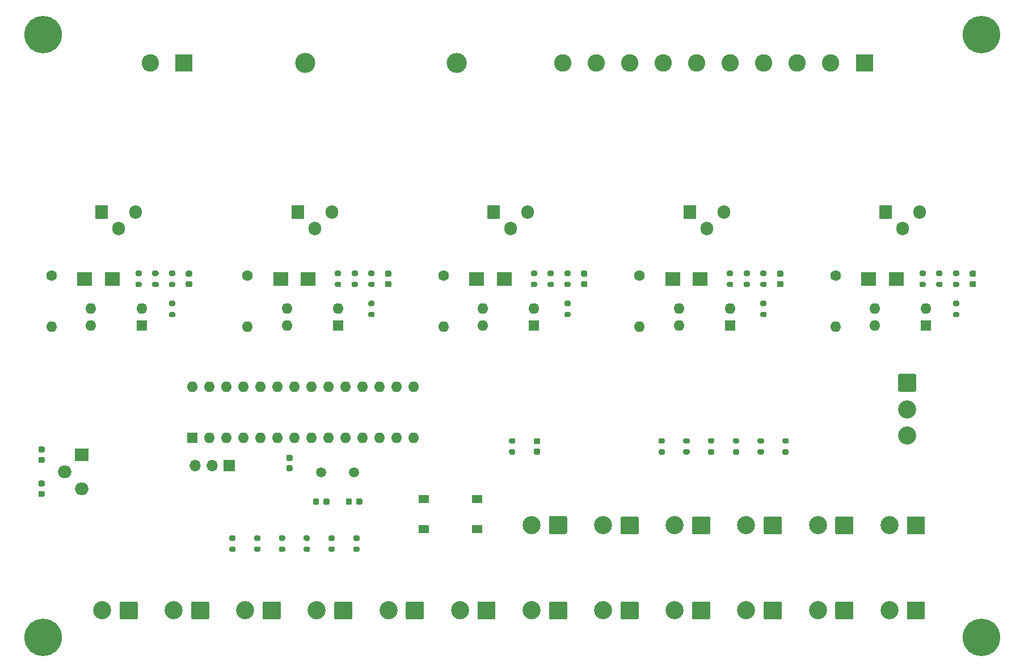
<source format=gbr>
%TF.GenerationSoftware,KiCad,Pcbnew,(5.1.12)-1*%
%TF.CreationDate,2021-11-13T03:11:12+08:00*%
%TF.ProjectId,main,6d61696e-2e6b-4696-9361-645f70636258,rev?*%
%TF.SameCoordinates,Original*%
%TF.FileFunction,Soldermask,Top*%
%TF.FilePolarity,Negative*%
%FSLAX46Y46*%
G04 Gerber Fmt 4.6, Leading zero omitted, Abs format (unit mm)*
G04 Created by KiCad (PCBNEW (5.1.12)-1) date 2021-11-13 03:11:12*
%MOMM*%
%LPD*%
G01*
G04 APERTURE LIST*
%ADD10R,1.550000X1.300000*%
%ADD11C,5.600000*%
%ADD12C,2.700000*%
%ADD13R,2.000000X1.905000*%
%ADD14O,2.000000X1.905000*%
%ADD15O,1.600000X1.600000*%
%ADD16R,1.600000X1.600000*%
%ADD17R,1.905000X2.000000*%
%ADD18O,1.905000X2.000000*%
%ADD19O,1.700000X1.700000*%
%ADD20R,1.700000X1.700000*%
%ADD21R,2.200000X2.100000*%
%ADD22C,2.600000*%
%ADD23R,2.600000X2.600000*%
%ADD24C,1.600000*%
%ADD25C,1.500000*%
%ADD26C,3.000000*%
G04 APERTURE END LIST*
D10*
%TO.C,BTN1*%
X119730000Y-128825000D03*
X119730000Y-124325000D03*
X111770000Y-124325000D03*
X111770000Y-128825000D03*
%TD*%
D11*
%TO.C,H4*%
X195000000Y-145000000D03*
%TD*%
%TO.C,H3*%
X55000000Y-145000000D03*
%TD*%
%TO.C,H2*%
X195000000Y-55000000D03*
%TD*%
%TO.C,H1*%
X55000000Y-55000000D03*
%TD*%
D12*
%TO.C,J4*%
X183945000Y-114920000D03*
X183945000Y-110960000D03*
G36*
G01*
X182845001Y-105650000D02*
X185044999Y-105650000D01*
G75*
G02*
X185295000Y-105900001I0J-250001D01*
G01*
X185295000Y-108099999D01*
G75*
G02*
X185044999Y-108350000I-250001J0D01*
G01*
X182845001Y-108350000D01*
G75*
G02*
X182595000Y-108099999I0J250001D01*
G01*
X182595000Y-105900001D01*
G75*
G02*
X182845001Y-105650000I250001J0D01*
G01*
G37*
%TD*%
D13*
%TO.C,U1*%
X60750000Y-117750000D03*
D14*
X58250000Y-120290000D03*
X60750000Y-122830000D03*
%TD*%
D15*
%TO.C,U4*%
X149880000Y-98500000D03*
X157500000Y-95960000D03*
X149880000Y-95960000D03*
D16*
X157500000Y-98500000D03*
%TD*%
D15*
%TO.C,U2*%
X77250000Y-107630000D03*
X110270000Y-115250000D03*
X79790000Y-107630000D03*
X107730000Y-115250000D03*
X82330000Y-107630000D03*
X105190000Y-115250000D03*
X84870000Y-107630000D03*
X102650000Y-115250000D03*
X87410000Y-107630000D03*
X100110000Y-115250000D03*
X89950000Y-107630000D03*
X97570000Y-115250000D03*
X92490000Y-107630000D03*
X95030000Y-115250000D03*
X95030000Y-107630000D03*
X92490000Y-115250000D03*
X97570000Y-107630000D03*
X89950000Y-115250000D03*
X100110000Y-107630000D03*
X87410000Y-115250000D03*
X102650000Y-107630000D03*
X84870000Y-115250000D03*
X105190000Y-107630000D03*
X82330000Y-115250000D03*
X107730000Y-107630000D03*
X79790000Y-115250000D03*
X110270000Y-107630000D03*
D16*
X77250000Y-115250000D03*
%TD*%
D15*
%TO.C,U3*%
X179130000Y-98500000D03*
X186750000Y-95960000D03*
X179130000Y-95960000D03*
D16*
X186750000Y-98500000D03*
%TD*%
D15*
%TO.C,U7*%
X62130000Y-98500000D03*
X69750000Y-95960000D03*
X62130000Y-95960000D03*
D16*
X69750000Y-98500000D03*
%TD*%
D15*
%TO.C,U6*%
X91380000Y-98500000D03*
X99000000Y-95960000D03*
X91380000Y-95960000D03*
D16*
X99000000Y-98500000D03*
%TD*%
D15*
%TO.C,U5*%
X120630000Y-98500000D03*
X128250000Y-95960000D03*
X120630000Y-95960000D03*
D16*
X128250000Y-98500000D03*
%TD*%
D17*
%TO.C,Q1*%
X180750000Y-81500000D03*
D18*
X183290000Y-84000000D03*
X185830000Y-81500000D03*
%TD*%
D17*
%TO.C,Q5*%
X63750000Y-81500000D03*
D18*
X66290000Y-84000000D03*
X68830000Y-81500000D03*
%TD*%
D17*
%TO.C,Q4*%
X93000000Y-81500000D03*
D18*
X95540000Y-84000000D03*
X98080000Y-81500000D03*
%TD*%
D17*
%TO.C,Q3*%
X122250000Y-81500000D03*
D18*
X124790000Y-84000000D03*
X127330000Y-81500000D03*
%TD*%
D17*
%TO.C,Q2*%
X151500000Y-81500000D03*
D18*
X154040000Y-84000000D03*
X156580000Y-81500000D03*
%TD*%
D19*
%TO.C,J3*%
X77670000Y-119400000D03*
X80210000Y-119400000D03*
D20*
X82750000Y-119400000D03*
%TD*%
%TO.C,BTN2*%
G36*
G01*
X69100000Y-139900001D02*
X69100000Y-142099999D01*
G75*
G02*
X68849999Y-142350000I-250001J0D01*
G01*
X66650001Y-142350000D01*
G75*
G02*
X66400000Y-142099999I0J250001D01*
G01*
X66400000Y-139900001D01*
G75*
G02*
X66650001Y-139650000I250001J0D01*
G01*
X68849999Y-139650000D01*
G75*
G02*
X69100000Y-139900001I0J-250001D01*
G01*
G37*
D12*
X63790000Y-141000000D03*
%TD*%
%TO.C,BTN6*%
G36*
G01*
X111827272Y-139900001D02*
X111827272Y-142099999D01*
G75*
G02*
X111577271Y-142350000I-250001J0D01*
G01*
X109377273Y-142350000D01*
G75*
G02*
X109127272Y-142099999I0J250001D01*
G01*
X109127272Y-139900001D01*
G75*
G02*
X109377273Y-139650000I250001J0D01*
G01*
X111577271Y-139650000D01*
G75*
G02*
X111827272Y-139900001I0J-250001D01*
G01*
G37*
X106517272Y-141000000D03*
%TD*%
%TO.C,R3*%
G36*
G01*
X133190908Y-127150001D02*
X133190908Y-129349999D01*
G75*
G02*
X132940907Y-129600000I-250001J0D01*
G01*
X130740909Y-129600000D01*
G75*
G02*
X130490908Y-129349999I0J250001D01*
G01*
X130490908Y-127150001D01*
G75*
G02*
X130740909Y-126900000I250001J0D01*
G01*
X132940907Y-126900000D01*
G75*
G02*
X133190908Y-127150001I0J-250001D01*
G01*
G37*
X127880908Y-128250000D03*
%TD*%
%TO.C,R2*%
G36*
G01*
X147025000Y-116925000D02*
X147575000Y-116925000D01*
G75*
G02*
X147775000Y-117125000I0J-200000D01*
G01*
X147775000Y-117525000D01*
G75*
G02*
X147575000Y-117725000I-200000J0D01*
G01*
X147025000Y-117725000D01*
G75*
G02*
X146825000Y-117525000I0J200000D01*
G01*
X146825000Y-117125000D01*
G75*
G02*
X147025000Y-116925000I200000J0D01*
G01*
G37*
G36*
G01*
X147025000Y-115275000D02*
X147575000Y-115275000D01*
G75*
G02*
X147775000Y-115475000I0J-200000D01*
G01*
X147775000Y-115875000D01*
G75*
G02*
X147575000Y-116075000I-200000J0D01*
G01*
X147025000Y-116075000D01*
G75*
G02*
X146825000Y-115875000I0J200000D01*
G01*
X146825000Y-115475000D01*
G75*
G02*
X147025000Y-115275000I200000J0D01*
G01*
G37*
%TD*%
%TO.C,SW6*%
G36*
G01*
X175918180Y-139900001D02*
X175918180Y-142099999D01*
G75*
G02*
X175668179Y-142350000I-250001J0D01*
G01*
X173468181Y-142350000D01*
G75*
G02*
X173218180Y-142099999I0J250001D01*
G01*
X173218180Y-139900001D01*
G75*
G02*
X173468181Y-139650000I250001J0D01*
G01*
X175668179Y-139650000D01*
G75*
G02*
X175918180Y-139900001I0J-250001D01*
G01*
G37*
X170608180Y-141000000D03*
%TD*%
%TO.C,BTN7*%
G36*
G01*
X122509090Y-139900001D02*
X122509090Y-142099999D01*
G75*
G02*
X122259089Y-142350000I-250001J0D01*
G01*
X120059091Y-142350000D01*
G75*
G02*
X119809090Y-142099999I0J250001D01*
G01*
X119809090Y-139900001D01*
G75*
G02*
X120059091Y-139650000I250001J0D01*
G01*
X122259089Y-139650000D01*
G75*
G02*
X122509090Y-139900001I0J-250001D01*
G01*
G37*
X117199090Y-141000000D03*
%TD*%
D21*
%TO.C,D5*%
X65300000Y-91500000D03*
X61200000Y-91500000D03*
%TD*%
%TO.C,D4*%
X94550000Y-91500000D03*
X90450000Y-91500000D03*
%TD*%
%TO.C,D3*%
X123800000Y-91500000D03*
X119700000Y-91500000D03*
%TD*%
%TO.C,D2*%
X153050000Y-91500000D03*
X148950000Y-91500000D03*
%TD*%
%TO.C,D1*%
X182300000Y-91500000D03*
X178200000Y-91500000D03*
%TD*%
D22*
%TO.C,J2*%
X71000000Y-59250000D03*
D23*
X76000000Y-59250000D03*
%TD*%
D22*
%TO.C,J1*%
X132550000Y-59250000D03*
X137550000Y-59250000D03*
X142550000Y-59250000D03*
X147550000Y-59250000D03*
X152550000Y-59250000D03*
X157550000Y-59250000D03*
X162550000Y-59250000D03*
X167550000Y-59250000D03*
X172550000Y-59250000D03*
D23*
X177550000Y-59250000D03*
%TD*%
%TO.C,C11*%
G36*
G01*
X77000000Y-91175000D02*
X76500000Y-91175000D01*
G75*
G02*
X76275000Y-90950000I0J225000D01*
G01*
X76275000Y-90500000D01*
G75*
G02*
X76500000Y-90275000I225000J0D01*
G01*
X77000000Y-90275000D01*
G75*
G02*
X77225000Y-90500000I0J-225000D01*
G01*
X77225000Y-90950000D01*
G75*
G02*
X77000000Y-91175000I-225000J0D01*
G01*
G37*
G36*
G01*
X77000000Y-92725000D02*
X76500000Y-92725000D01*
G75*
G02*
X76275000Y-92500000I0J225000D01*
G01*
X76275000Y-92050000D01*
G75*
G02*
X76500000Y-91825000I225000J0D01*
G01*
X77000000Y-91825000D01*
G75*
G02*
X77225000Y-92050000I0J-225000D01*
G01*
X77225000Y-92500000D01*
G75*
G02*
X77000000Y-92725000I-225000J0D01*
G01*
G37*
%TD*%
%TO.C,C10*%
G36*
G01*
X106750000Y-91175000D02*
X106250000Y-91175000D01*
G75*
G02*
X106025000Y-90950000I0J225000D01*
G01*
X106025000Y-90500000D01*
G75*
G02*
X106250000Y-90275000I225000J0D01*
G01*
X106750000Y-90275000D01*
G75*
G02*
X106975000Y-90500000I0J-225000D01*
G01*
X106975000Y-90950000D01*
G75*
G02*
X106750000Y-91175000I-225000J0D01*
G01*
G37*
G36*
G01*
X106750000Y-92725000D02*
X106250000Y-92725000D01*
G75*
G02*
X106025000Y-92500000I0J225000D01*
G01*
X106025000Y-92050000D01*
G75*
G02*
X106250000Y-91825000I225000J0D01*
G01*
X106750000Y-91825000D01*
G75*
G02*
X106975000Y-92050000I0J-225000D01*
G01*
X106975000Y-92500000D01*
G75*
G02*
X106750000Y-92725000I-225000J0D01*
G01*
G37*
%TD*%
%TO.C,C9*%
G36*
G01*
X136000000Y-91175000D02*
X135500000Y-91175000D01*
G75*
G02*
X135275000Y-90950000I0J225000D01*
G01*
X135275000Y-90500000D01*
G75*
G02*
X135500000Y-90275000I225000J0D01*
G01*
X136000000Y-90275000D01*
G75*
G02*
X136225000Y-90500000I0J-225000D01*
G01*
X136225000Y-90950000D01*
G75*
G02*
X136000000Y-91175000I-225000J0D01*
G01*
G37*
G36*
G01*
X136000000Y-92725000D02*
X135500000Y-92725000D01*
G75*
G02*
X135275000Y-92500000I0J225000D01*
G01*
X135275000Y-92050000D01*
G75*
G02*
X135500000Y-91825000I225000J0D01*
G01*
X136000000Y-91825000D01*
G75*
G02*
X136225000Y-92050000I0J-225000D01*
G01*
X136225000Y-92500000D01*
G75*
G02*
X136000000Y-92725000I-225000J0D01*
G01*
G37*
%TD*%
%TO.C,C8*%
G36*
G01*
X165250000Y-91175000D02*
X164750000Y-91175000D01*
G75*
G02*
X164525000Y-90950000I0J225000D01*
G01*
X164525000Y-90500000D01*
G75*
G02*
X164750000Y-90275000I225000J0D01*
G01*
X165250000Y-90275000D01*
G75*
G02*
X165475000Y-90500000I0J-225000D01*
G01*
X165475000Y-90950000D01*
G75*
G02*
X165250000Y-91175000I-225000J0D01*
G01*
G37*
G36*
G01*
X165250000Y-92725000D02*
X164750000Y-92725000D01*
G75*
G02*
X164525000Y-92500000I0J225000D01*
G01*
X164525000Y-92050000D01*
G75*
G02*
X164750000Y-91825000I225000J0D01*
G01*
X165250000Y-91825000D01*
G75*
G02*
X165475000Y-92050000I0J-225000D01*
G01*
X165475000Y-92500000D01*
G75*
G02*
X165250000Y-92725000I-225000J0D01*
G01*
G37*
%TD*%
%TO.C,C7*%
G36*
G01*
X194000000Y-91175000D02*
X193500000Y-91175000D01*
G75*
G02*
X193275000Y-90950000I0J225000D01*
G01*
X193275000Y-90500000D01*
G75*
G02*
X193500000Y-90275000I225000J0D01*
G01*
X194000000Y-90275000D01*
G75*
G02*
X194225000Y-90500000I0J-225000D01*
G01*
X194225000Y-90950000D01*
G75*
G02*
X194000000Y-91175000I-225000J0D01*
G01*
G37*
G36*
G01*
X194000000Y-92725000D02*
X193500000Y-92725000D01*
G75*
G02*
X193275000Y-92500000I0J225000D01*
G01*
X193275000Y-92050000D01*
G75*
G02*
X193500000Y-91825000I225000J0D01*
G01*
X194000000Y-91825000D01*
G75*
G02*
X194225000Y-92050000I0J-225000D01*
G01*
X194225000Y-92500000D01*
G75*
G02*
X194000000Y-92725000I-225000J0D01*
G01*
G37*
%TD*%
%TO.C,R24*%
G36*
G01*
X191525000Y-91075000D02*
X190975000Y-91075000D01*
G75*
G02*
X190775000Y-90875000I0J200000D01*
G01*
X190775000Y-90475000D01*
G75*
G02*
X190975000Y-90275000I200000J0D01*
G01*
X191525000Y-90275000D01*
G75*
G02*
X191725000Y-90475000I0J-200000D01*
G01*
X191725000Y-90875000D01*
G75*
G02*
X191525000Y-91075000I-200000J0D01*
G01*
G37*
G36*
G01*
X191525000Y-92725000D02*
X190975000Y-92725000D01*
G75*
G02*
X190775000Y-92525000I0J200000D01*
G01*
X190775000Y-92125000D01*
G75*
G02*
X190975000Y-91925000I200000J0D01*
G01*
X191525000Y-91925000D01*
G75*
G02*
X191725000Y-92125000I0J-200000D01*
G01*
X191725000Y-92525000D01*
G75*
G02*
X191525000Y-92725000I-200000J0D01*
G01*
G37*
%TD*%
%TO.C,R22*%
G36*
G01*
X185975000Y-91925000D02*
X186525000Y-91925000D01*
G75*
G02*
X186725000Y-92125000I0J-200000D01*
G01*
X186725000Y-92525000D01*
G75*
G02*
X186525000Y-92725000I-200000J0D01*
G01*
X185975000Y-92725000D01*
G75*
G02*
X185775000Y-92525000I0J200000D01*
G01*
X185775000Y-92125000D01*
G75*
G02*
X185975000Y-91925000I200000J0D01*
G01*
G37*
G36*
G01*
X185975000Y-90275000D02*
X186525000Y-90275000D01*
G75*
G02*
X186725000Y-90475000I0J-200000D01*
G01*
X186725000Y-90875000D01*
G75*
G02*
X186525000Y-91075000I-200000J0D01*
G01*
X185975000Y-91075000D01*
G75*
G02*
X185775000Y-90875000I0J200000D01*
G01*
X185775000Y-90475000D01*
G75*
G02*
X185975000Y-90275000I200000J0D01*
G01*
G37*
%TD*%
%TO.C,R21*%
G36*
G01*
X188475000Y-91925000D02*
X189025000Y-91925000D01*
G75*
G02*
X189225000Y-92125000I0J-200000D01*
G01*
X189225000Y-92525000D01*
G75*
G02*
X189025000Y-92725000I-200000J0D01*
G01*
X188475000Y-92725000D01*
G75*
G02*
X188275000Y-92525000I0J200000D01*
G01*
X188275000Y-92125000D01*
G75*
G02*
X188475000Y-91925000I200000J0D01*
G01*
G37*
G36*
G01*
X188475000Y-90275000D02*
X189025000Y-90275000D01*
G75*
G02*
X189225000Y-90475000I0J-200000D01*
G01*
X189225000Y-90875000D01*
G75*
G02*
X189025000Y-91075000I-200000J0D01*
G01*
X188475000Y-91075000D01*
G75*
G02*
X188275000Y-90875000I0J200000D01*
G01*
X188275000Y-90475000D01*
G75*
G02*
X188475000Y-90275000I200000J0D01*
G01*
G37*
%TD*%
%TO.C,R20*%
G36*
G01*
X190975000Y-96425000D02*
X191525000Y-96425000D01*
G75*
G02*
X191725000Y-96625000I0J-200000D01*
G01*
X191725000Y-97025000D01*
G75*
G02*
X191525000Y-97225000I-200000J0D01*
G01*
X190975000Y-97225000D01*
G75*
G02*
X190775000Y-97025000I0J200000D01*
G01*
X190775000Y-96625000D01*
G75*
G02*
X190975000Y-96425000I200000J0D01*
G01*
G37*
G36*
G01*
X190975000Y-94775000D02*
X191525000Y-94775000D01*
G75*
G02*
X191725000Y-94975000I0J-200000D01*
G01*
X191725000Y-95375000D01*
G75*
G02*
X191525000Y-95575000I-200000J0D01*
G01*
X190975000Y-95575000D01*
G75*
G02*
X190775000Y-95375000I0J200000D01*
G01*
X190775000Y-94975000D01*
G75*
G02*
X190975000Y-94775000I200000J0D01*
G01*
G37*
%TD*%
D15*
%TO.C,R23*%
X173250000Y-98620000D03*
D24*
X173250000Y-91000000D03*
%TD*%
D15*
%TO.C,R43*%
X56250000Y-98620000D03*
D24*
X56250000Y-91000000D03*
%TD*%
D15*
%TO.C,R38*%
X85500000Y-98620000D03*
D24*
X85500000Y-91000000D03*
%TD*%
D15*
%TO.C,R33*%
X114750000Y-98620000D03*
D24*
X114750000Y-91000000D03*
%TD*%
D15*
%TO.C,R28*%
X144000000Y-98620000D03*
D24*
X144000000Y-91000000D03*
%TD*%
%TO.C,R44*%
G36*
G01*
X74525000Y-91075000D02*
X73975000Y-91075000D01*
G75*
G02*
X73775000Y-90875000I0J200000D01*
G01*
X73775000Y-90475000D01*
G75*
G02*
X73975000Y-90275000I200000J0D01*
G01*
X74525000Y-90275000D01*
G75*
G02*
X74725000Y-90475000I0J-200000D01*
G01*
X74725000Y-90875000D01*
G75*
G02*
X74525000Y-91075000I-200000J0D01*
G01*
G37*
G36*
G01*
X74525000Y-92725000D02*
X73975000Y-92725000D01*
G75*
G02*
X73775000Y-92525000I0J200000D01*
G01*
X73775000Y-92125000D01*
G75*
G02*
X73975000Y-91925000I200000J0D01*
G01*
X74525000Y-91925000D01*
G75*
G02*
X74725000Y-92125000I0J-200000D01*
G01*
X74725000Y-92525000D01*
G75*
G02*
X74525000Y-92725000I-200000J0D01*
G01*
G37*
%TD*%
%TO.C,R42*%
G36*
G01*
X68975000Y-91925000D02*
X69525000Y-91925000D01*
G75*
G02*
X69725000Y-92125000I0J-200000D01*
G01*
X69725000Y-92525000D01*
G75*
G02*
X69525000Y-92725000I-200000J0D01*
G01*
X68975000Y-92725000D01*
G75*
G02*
X68775000Y-92525000I0J200000D01*
G01*
X68775000Y-92125000D01*
G75*
G02*
X68975000Y-91925000I200000J0D01*
G01*
G37*
G36*
G01*
X68975000Y-90275000D02*
X69525000Y-90275000D01*
G75*
G02*
X69725000Y-90475000I0J-200000D01*
G01*
X69725000Y-90875000D01*
G75*
G02*
X69525000Y-91075000I-200000J0D01*
G01*
X68975000Y-91075000D01*
G75*
G02*
X68775000Y-90875000I0J200000D01*
G01*
X68775000Y-90475000D01*
G75*
G02*
X68975000Y-90275000I200000J0D01*
G01*
G37*
%TD*%
%TO.C,R41*%
G36*
G01*
X71475000Y-91925000D02*
X72025000Y-91925000D01*
G75*
G02*
X72225000Y-92125000I0J-200000D01*
G01*
X72225000Y-92525000D01*
G75*
G02*
X72025000Y-92725000I-200000J0D01*
G01*
X71475000Y-92725000D01*
G75*
G02*
X71275000Y-92525000I0J200000D01*
G01*
X71275000Y-92125000D01*
G75*
G02*
X71475000Y-91925000I200000J0D01*
G01*
G37*
G36*
G01*
X71475000Y-90275000D02*
X72025000Y-90275000D01*
G75*
G02*
X72225000Y-90475000I0J-200000D01*
G01*
X72225000Y-90875000D01*
G75*
G02*
X72025000Y-91075000I-200000J0D01*
G01*
X71475000Y-91075000D01*
G75*
G02*
X71275000Y-90875000I0J200000D01*
G01*
X71275000Y-90475000D01*
G75*
G02*
X71475000Y-90275000I200000J0D01*
G01*
G37*
%TD*%
%TO.C,R40*%
G36*
G01*
X73975000Y-96425000D02*
X74525000Y-96425000D01*
G75*
G02*
X74725000Y-96625000I0J-200000D01*
G01*
X74725000Y-97025000D01*
G75*
G02*
X74525000Y-97225000I-200000J0D01*
G01*
X73975000Y-97225000D01*
G75*
G02*
X73775000Y-97025000I0J200000D01*
G01*
X73775000Y-96625000D01*
G75*
G02*
X73975000Y-96425000I200000J0D01*
G01*
G37*
G36*
G01*
X73975000Y-94775000D02*
X74525000Y-94775000D01*
G75*
G02*
X74725000Y-94975000I0J-200000D01*
G01*
X74725000Y-95375000D01*
G75*
G02*
X74525000Y-95575000I-200000J0D01*
G01*
X73975000Y-95575000D01*
G75*
G02*
X73775000Y-95375000I0J200000D01*
G01*
X73775000Y-94975000D01*
G75*
G02*
X73975000Y-94775000I200000J0D01*
G01*
G37*
%TD*%
%TO.C,R39*%
G36*
G01*
X104275000Y-91075000D02*
X103725000Y-91075000D01*
G75*
G02*
X103525000Y-90875000I0J200000D01*
G01*
X103525000Y-90475000D01*
G75*
G02*
X103725000Y-90275000I200000J0D01*
G01*
X104275000Y-90275000D01*
G75*
G02*
X104475000Y-90475000I0J-200000D01*
G01*
X104475000Y-90875000D01*
G75*
G02*
X104275000Y-91075000I-200000J0D01*
G01*
G37*
G36*
G01*
X104275000Y-92725000D02*
X103725000Y-92725000D01*
G75*
G02*
X103525000Y-92525000I0J200000D01*
G01*
X103525000Y-92125000D01*
G75*
G02*
X103725000Y-91925000I200000J0D01*
G01*
X104275000Y-91925000D01*
G75*
G02*
X104475000Y-92125000I0J-200000D01*
G01*
X104475000Y-92525000D01*
G75*
G02*
X104275000Y-92725000I-200000J0D01*
G01*
G37*
%TD*%
%TO.C,R37*%
G36*
G01*
X98725000Y-91925000D02*
X99275000Y-91925000D01*
G75*
G02*
X99475000Y-92125000I0J-200000D01*
G01*
X99475000Y-92525000D01*
G75*
G02*
X99275000Y-92725000I-200000J0D01*
G01*
X98725000Y-92725000D01*
G75*
G02*
X98525000Y-92525000I0J200000D01*
G01*
X98525000Y-92125000D01*
G75*
G02*
X98725000Y-91925000I200000J0D01*
G01*
G37*
G36*
G01*
X98725000Y-90275000D02*
X99275000Y-90275000D01*
G75*
G02*
X99475000Y-90475000I0J-200000D01*
G01*
X99475000Y-90875000D01*
G75*
G02*
X99275000Y-91075000I-200000J0D01*
G01*
X98725000Y-91075000D01*
G75*
G02*
X98525000Y-90875000I0J200000D01*
G01*
X98525000Y-90475000D01*
G75*
G02*
X98725000Y-90275000I200000J0D01*
G01*
G37*
%TD*%
%TO.C,R36*%
G36*
G01*
X101225000Y-91925000D02*
X101775000Y-91925000D01*
G75*
G02*
X101975000Y-92125000I0J-200000D01*
G01*
X101975000Y-92525000D01*
G75*
G02*
X101775000Y-92725000I-200000J0D01*
G01*
X101225000Y-92725000D01*
G75*
G02*
X101025000Y-92525000I0J200000D01*
G01*
X101025000Y-92125000D01*
G75*
G02*
X101225000Y-91925000I200000J0D01*
G01*
G37*
G36*
G01*
X101225000Y-90275000D02*
X101775000Y-90275000D01*
G75*
G02*
X101975000Y-90475000I0J-200000D01*
G01*
X101975000Y-90875000D01*
G75*
G02*
X101775000Y-91075000I-200000J0D01*
G01*
X101225000Y-91075000D01*
G75*
G02*
X101025000Y-90875000I0J200000D01*
G01*
X101025000Y-90475000D01*
G75*
G02*
X101225000Y-90275000I200000J0D01*
G01*
G37*
%TD*%
%TO.C,R35*%
G36*
G01*
X103725000Y-96425000D02*
X104275000Y-96425000D01*
G75*
G02*
X104475000Y-96625000I0J-200000D01*
G01*
X104475000Y-97025000D01*
G75*
G02*
X104275000Y-97225000I-200000J0D01*
G01*
X103725000Y-97225000D01*
G75*
G02*
X103525000Y-97025000I0J200000D01*
G01*
X103525000Y-96625000D01*
G75*
G02*
X103725000Y-96425000I200000J0D01*
G01*
G37*
G36*
G01*
X103725000Y-94775000D02*
X104275000Y-94775000D01*
G75*
G02*
X104475000Y-94975000I0J-200000D01*
G01*
X104475000Y-95375000D01*
G75*
G02*
X104275000Y-95575000I-200000J0D01*
G01*
X103725000Y-95575000D01*
G75*
G02*
X103525000Y-95375000I0J200000D01*
G01*
X103525000Y-94975000D01*
G75*
G02*
X103725000Y-94775000I200000J0D01*
G01*
G37*
%TD*%
%TO.C,R34*%
G36*
G01*
X133525000Y-91075000D02*
X132975000Y-91075000D01*
G75*
G02*
X132775000Y-90875000I0J200000D01*
G01*
X132775000Y-90475000D01*
G75*
G02*
X132975000Y-90275000I200000J0D01*
G01*
X133525000Y-90275000D01*
G75*
G02*
X133725000Y-90475000I0J-200000D01*
G01*
X133725000Y-90875000D01*
G75*
G02*
X133525000Y-91075000I-200000J0D01*
G01*
G37*
G36*
G01*
X133525000Y-92725000D02*
X132975000Y-92725000D01*
G75*
G02*
X132775000Y-92525000I0J200000D01*
G01*
X132775000Y-92125000D01*
G75*
G02*
X132975000Y-91925000I200000J0D01*
G01*
X133525000Y-91925000D01*
G75*
G02*
X133725000Y-92125000I0J-200000D01*
G01*
X133725000Y-92525000D01*
G75*
G02*
X133525000Y-92725000I-200000J0D01*
G01*
G37*
%TD*%
%TO.C,R32*%
G36*
G01*
X127975000Y-91925000D02*
X128525000Y-91925000D01*
G75*
G02*
X128725000Y-92125000I0J-200000D01*
G01*
X128725000Y-92525000D01*
G75*
G02*
X128525000Y-92725000I-200000J0D01*
G01*
X127975000Y-92725000D01*
G75*
G02*
X127775000Y-92525000I0J200000D01*
G01*
X127775000Y-92125000D01*
G75*
G02*
X127975000Y-91925000I200000J0D01*
G01*
G37*
G36*
G01*
X127975000Y-90275000D02*
X128525000Y-90275000D01*
G75*
G02*
X128725000Y-90475000I0J-200000D01*
G01*
X128725000Y-90875000D01*
G75*
G02*
X128525000Y-91075000I-200000J0D01*
G01*
X127975000Y-91075000D01*
G75*
G02*
X127775000Y-90875000I0J200000D01*
G01*
X127775000Y-90475000D01*
G75*
G02*
X127975000Y-90275000I200000J0D01*
G01*
G37*
%TD*%
%TO.C,R31*%
G36*
G01*
X130475000Y-91925000D02*
X131025000Y-91925000D01*
G75*
G02*
X131225000Y-92125000I0J-200000D01*
G01*
X131225000Y-92525000D01*
G75*
G02*
X131025000Y-92725000I-200000J0D01*
G01*
X130475000Y-92725000D01*
G75*
G02*
X130275000Y-92525000I0J200000D01*
G01*
X130275000Y-92125000D01*
G75*
G02*
X130475000Y-91925000I200000J0D01*
G01*
G37*
G36*
G01*
X130475000Y-90275000D02*
X131025000Y-90275000D01*
G75*
G02*
X131225000Y-90475000I0J-200000D01*
G01*
X131225000Y-90875000D01*
G75*
G02*
X131025000Y-91075000I-200000J0D01*
G01*
X130475000Y-91075000D01*
G75*
G02*
X130275000Y-90875000I0J200000D01*
G01*
X130275000Y-90475000D01*
G75*
G02*
X130475000Y-90275000I200000J0D01*
G01*
G37*
%TD*%
%TO.C,R30*%
G36*
G01*
X132975000Y-96425000D02*
X133525000Y-96425000D01*
G75*
G02*
X133725000Y-96625000I0J-200000D01*
G01*
X133725000Y-97025000D01*
G75*
G02*
X133525000Y-97225000I-200000J0D01*
G01*
X132975000Y-97225000D01*
G75*
G02*
X132775000Y-97025000I0J200000D01*
G01*
X132775000Y-96625000D01*
G75*
G02*
X132975000Y-96425000I200000J0D01*
G01*
G37*
G36*
G01*
X132975000Y-94775000D02*
X133525000Y-94775000D01*
G75*
G02*
X133725000Y-94975000I0J-200000D01*
G01*
X133725000Y-95375000D01*
G75*
G02*
X133525000Y-95575000I-200000J0D01*
G01*
X132975000Y-95575000D01*
G75*
G02*
X132775000Y-95375000I0J200000D01*
G01*
X132775000Y-94975000D01*
G75*
G02*
X132975000Y-94775000I200000J0D01*
G01*
G37*
%TD*%
%TO.C,R29*%
G36*
G01*
X162775000Y-91075000D02*
X162225000Y-91075000D01*
G75*
G02*
X162025000Y-90875000I0J200000D01*
G01*
X162025000Y-90475000D01*
G75*
G02*
X162225000Y-90275000I200000J0D01*
G01*
X162775000Y-90275000D01*
G75*
G02*
X162975000Y-90475000I0J-200000D01*
G01*
X162975000Y-90875000D01*
G75*
G02*
X162775000Y-91075000I-200000J0D01*
G01*
G37*
G36*
G01*
X162775000Y-92725000D02*
X162225000Y-92725000D01*
G75*
G02*
X162025000Y-92525000I0J200000D01*
G01*
X162025000Y-92125000D01*
G75*
G02*
X162225000Y-91925000I200000J0D01*
G01*
X162775000Y-91925000D01*
G75*
G02*
X162975000Y-92125000I0J-200000D01*
G01*
X162975000Y-92525000D01*
G75*
G02*
X162775000Y-92725000I-200000J0D01*
G01*
G37*
%TD*%
%TO.C,R27*%
G36*
G01*
X157225000Y-91925000D02*
X157775000Y-91925000D01*
G75*
G02*
X157975000Y-92125000I0J-200000D01*
G01*
X157975000Y-92525000D01*
G75*
G02*
X157775000Y-92725000I-200000J0D01*
G01*
X157225000Y-92725000D01*
G75*
G02*
X157025000Y-92525000I0J200000D01*
G01*
X157025000Y-92125000D01*
G75*
G02*
X157225000Y-91925000I200000J0D01*
G01*
G37*
G36*
G01*
X157225000Y-90275000D02*
X157775000Y-90275000D01*
G75*
G02*
X157975000Y-90475000I0J-200000D01*
G01*
X157975000Y-90875000D01*
G75*
G02*
X157775000Y-91075000I-200000J0D01*
G01*
X157225000Y-91075000D01*
G75*
G02*
X157025000Y-90875000I0J200000D01*
G01*
X157025000Y-90475000D01*
G75*
G02*
X157225000Y-90275000I200000J0D01*
G01*
G37*
%TD*%
%TO.C,R26*%
G36*
G01*
X159725000Y-91925000D02*
X160275000Y-91925000D01*
G75*
G02*
X160475000Y-92125000I0J-200000D01*
G01*
X160475000Y-92525000D01*
G75*
G02*
X160275000Y-92725000I-200000J0D01*
G01*
X159725000Y-92725000D01*
G75*
G02*
X159525000Y-92525000I0J200000D01*
G01*
X159525000Y-92125000D01*
G75*
G02*
X159725000Y-91925000I200000J0D01*
G01*
G37*
G36*
G01*
X159725000Y-90275000D02*
X160275000Y-90275000D01*
G75*
G02*
X160475000Y-90475000I0J-200000D01*
G01*
X160475000Y-90875000D01*
G75*
G02*
X160275000Y-91075000I-200000J0D01*
G01*
X159725000Y-91075000D01*
G75*
G02*
X159525000Y-90875000I0J200000D01*
G01*
X159525000Y-90475000D01*
G75*
G02*
X159725000Y-90275000I200000J0D01*
G01*
G37*
%TD*%
%TO.C,R25*%
G36*
G01*
X162225000Y-96425000D02*
X162775000Y-96425000D01*
G75*
G02*
X162975000Y-96625000I0J-200000D01*
G01*
X162975000Y-97025000D01*
G75*
G02*
X162775000Y-97225000I-200000J0D01*
G01*
X162225000Y-97225000D01*
G75*
G02*
X162025000Y-97025000I0J200000D01*
G01*
X162025000Y-96625000D01*
G75*
G02*
X162225000Y-96425000I200000J0D01*
G01*
G37*
G36*
G01*
X162225000Y-94775000D02*
X162775000Y-94775000D01*
G75*
G02*
X162975000Y-94975000I0J-200000D01*
G01*
X162975000Y-95375000D01*
G75*
G02*
X162775000Y-95575000I-200000J0D01*
G01*
X162225000Y-95575000D01*
G75*
G02*
X162025000Y-95375000I0J200000D01*
G01*
X162025000Y-94975000D01*
G75*
G02*
X162225000Y-94775000I200000J0D01*
G01*
G37*
%TD*%
D25*
%TO.C,Y1*%
X101400000Y-120350000D03*
X96500000Y-120350000D03*
%TD*%
%TO.C,BTN5*%
G36*
G01*
X101145454Y-139900001D02*
X101145454Y-142099999D01*
G75*
G02*
X100895453Y-142350000I-250001J0D01*
G01*
X98695455Y-142350000D01*
G75*
G02*
X98445454Y-142099999I0J250001D01*
G01*
X98445454Y-139900001D01*
G75*
G02*
X98695455Y-139650000I250001J0D01*
G01*
X100895453Y-139650000D01*
G75*
G02*
X101145454Y-139900001I0J-250001D01*
G01*
G37*
D12*
X95835454Y-141000000D03*
%TD*%
%TO.C,BTN4*%
G36*
G01*
X90463636Y-139900001D02*
X90463636Y-142099999D01*
G75*
G02*
X90213635Y-142350000I-250001J0D01*
G01*
X88013637Y-142350000D01*
G75*
G02*
X87763636Y-142099999I0J250001D01*
G01*
X87763636Y-139900001D01*
G75*
G02*
X88013637Y-139650000I250001J0D01*
G01*
X90213635Y-139650000D01*
G75*
G02*
X90463636Y-139900001I0J-250001D01*
G01*
G37*
X85153636Y-141000000D03*
%TD*%
%TO.C,BTN3*%
G36*
G01*
X79781818Y-139900001D02*
X79781818Y-142099999D01*
G75*
G02*
X79531817Y-142350000I-250001J0D01*
G01*
X77331819Y-142350000D01*
G75*
G02*
X77081818Y-142099999I0J250001D01*
G01*
X77081818Y-139900001D01*
G75*
G02*
X77331819Y-139650000I250001J0D01*
G01*
X79531817Y-139650000D01*
G75*
G02*
X79781818Y-139900001I0J-250001D01*
G01*
G37*
X74471818Y-141000000D03*
%TD*%
%TO.C,SW7*%
G36*
G01*
X186600000Y-139900001D02*
X186600000Y-142099999D01*
G75*
G02*
X186349999Y-142350000I-250001J0D01*
G01*
X184150001Y-142350000D01*
G75*
G02*
X183900000Y-142099999I0J250001D01*
G01*
X183900000Y-139900001D01*
G75*
G02*
X184150001Y-139650000I250001J0D01*
G01*
X186349999Y-139650000D01*
G75*
G02*
X186600000Y-139900001I0J-250001D01*
G01*
G37*
X181290000Y-141000000D03*
%TD*%
%TO.C,SW5*%
G36*
G01*
X165236362Y-139900001D02*
X165236362Y-142099999D01*
G75*
G02*
X164986361Y-142350000I-250001J0D01*
G01*
X162786363Y-142350000D01*
G75*
G02*
X162536362Y-142099999I0J250001D01*
G01*
X162536362Y-139900001D01*
G75*
G02*
X162786363Y-139650000I250001J0D01*
G01*
X164986361Y-139650000D01*
G75*
G02*
X165236362Y-139900001I0J-250001D01*
G01*
G37*
X159926362Y-141000000D03*
%TD*%
%TO.C,SW2*%
G36*
G01*
X133190908Y-139900001D02*
X133190908Y-142099999D01*
G75*
G02*
X132940907Y-142350000I-250001J0D01*
G01*
X130740909Y-142350000D01*
G75*
G02*
X130490908Y-142099999I0J250001D01*
G01*
X130490908Y-139900001D01*
G75*
G02*
X130740909Y-139650000I250001J0D01*
G01*
X132940907Y-139650000D01*
G75*
G02*
X133190908Y-139900001I0J-250001D01*
G01*
G37*
X127880908Y-141000000D03*
%TD*%
%TO.C,SW4*%
G36*
G01*
X154554544Y-139900001D02*
X154554544Y-142099999D01*
G75*
G02*
X154304543Y-142350000I-250001J0D01*
G01*
X152104545Y-142350000D01*
G75*
G02*
X151854544Y-142099999I0J250001D01*
G01*
X151854544Y-139900001D01*
G75*
G02*
X152104545Y-139650000I250001J0D01*
G01*
X154304543Y-139650000D01*
G75*
G02*
X154554544Y-139900001I0J-250001D01*
G01*
G37*
X149244544Y-141000000D03*
%TD*%
%TO.C,SW3*%
G36*
G01*
X143872726Y-139900001D02*
X143872726Y-142099999D01*
G75*
G02*
X143622725Y-142350000I-250001J0D01*
G01*
X141422727Y-142350000D01*
G75*
G02*
X141172726Y-142099999I0J250001D01*
G01*
X141172726Y-139900001D01*
G75*
G02*
X141422727Y-139650000I250001J0D01*
G01*
X143622725Y-139650000D01*
G75*
G02*
X143872726Y-139900001I0J-250001D01*
G01*
G37*
X138562726Y-141000000D03*
%TD*%
%TO.C,R19*%
G36*
G01*
X97775000Y-131445000D02*
X98325000Y-131445000D01*
G75*
G02*
X98525000Y-131645000I0J-200000D01*
G01*
X98525000Y-132045000D01*
G75*
G02*
X98325000Y-132245000I-200000J0D01*
G01*
X97775000Y-132245000D01*
G75*
G02*
X97575000Y-132045000I0J200000D01*
G01*
X97575000Y-131645000D01*
G75*
G02*
X97775000Y-131445000I200000J0D01*
G01*
G37*
G36*
G01*
X97775000Y-129795000D02*
X98325000Y-129795000D01*
G75*
G02*
X98525000Y-129995000I0J-200000D01*
G01*
X98525000Y-130395000D01*
G75*
G02*
X98325000Y-130595000I-200000J0D01*
G01*
X97775000Y-130595000D01*
G75*
G02*
X97575000Y-130395000I0J200000D01*
G01*
X97575000Y-129995000D01*
G75*
G02*
X97775000Y-129795000I200000J0D01*
G01*
G37*
%TD*%
%TO.C,R18*%
G36*
G01*
X94075000Y-131445000D02*
X94625000Y-131445000D01*
G75*
G02*
X94825000Y-131645000I0J-200000D01*
G01*
X94825000Y-132045000D01*
G75*
G02*
X94625000Y-132245000I-200000J0D01*
G01*
X94075000Y-132245000D01*
G75*
G02*
X93875000Y-132045000I0J200000D01*
G01*
X93875000Y-131645000D01*
G75*
G02*
X94075000Y-131445000I200000J0D01*
G01*
G37*
G36*
G01*
X94075000Y-129795000D02*
X94625000Y-129795000D01*
G75*
G02*
X94825000Y-129995000I0J-200000D01*
G01*
X94825000Y-130395000D01*
G75*
G02*
X94625000Y-130595000I-200000J0D01*
G01*
X94075000Y-130595000D01*
G75*
G02*
X93875000Y-130395000I0J200000D01*
G01*
X93875000Y-129995000D01*
G75*
G02*
X94075000Y-129795000I200000J0D01*
G01*
G37*
%TD*%
%TO.C,R17*%
G36*
G01*
X90375000Y-131445000D02*
X90925000Y-131445000D01*
G75*
G02*
X91125000Y-131645000I0J-200000D01*
G01*
X91125000Y-132045000D01*
G75*
G02*
X90925000Y-132245000I-200000J0D01*
G01*
X90375000Y-132245000D01*
G75*
G02*
X90175000Y-132045000I0J200000D01*
G01*
X90175000Y-131645000D01*
G75*
G02*
X90375000Y-131445000I200000J0D01*
G01*
G37*
G36*
G01*
X90375000Y-129795000D02*
X90925000Y-129795000D01*
G75*
G02*
X91125000Y-129995000I0J-200000D01*
G01*
X91125000Y-130395000D01*
G75*
G02*
X90925000Y-130595000I-200000J0D01*
G01*
X90375000Y-130595000D01*
G75*
G02*
X90175000Y-130395000I0J200000D01*
G01*
X90175000Y-129995000D01*
G75*
G02*
X90375000Y-129795000I200000J0D01*
G01*
G37*
%TD*%
%TO.C,R16*%
G36*
G01*
X86675000Y-131445000D02*
X87225000Y-131445000D01*
G75*
G02*
X87425000Y-131645000I0J-200000D01*
G01*
X87425000Y-132045000D01*
G75*
G02*
X87225000Y-132245000I-200000J0D01*
G01*
X86675000Y-132245000D01*
G75*
G02*
X86475000Y-132045000I0J200000D01*
G01*
X86475000Y-131645000D01*
G75*
G02*
X86675000Y-131445000I200000J0D01*
G01*
G37*
G36*
G01*
X86675000Y-129795000D02*
X87225000Y-129795000D01*
G75*
G02*
X87425000Y-129995000I0J-200000D01*
G01*
X87425000Y-130395000D01*
G75*
G02*
X87225000Y-130595000I-200000J0D01*
G01*
X86675000Y-130595000D01*
G75*
G02*
X86475000Y-130395000I0J200000D01*
G01*
X86475000Y-129995000D01*
G75*
G02*
X86675000Y-129795000I200000J0D01*
G01*
G37*
%TD*%
%TO.C,R15*%
G36*
G01*
X82975000Y-131445000D02*
X83525000Y-131445000D01*
G75*
G02*
X83725000Y-131645000I0J-200000D01*
G01*
X83725000Y-132045000D01*
G75*
G02*
X83525000Y-132245000I-200000J0D01*
G01*
X82975000Y-132245000D01*
G75*
G02*
X82775000Y-132045000I0J200000D01*
G01*
X82775000Y-131645000D01*
G75*
G02*
X82975000Y-131445000I200000J0D01*
G01*
G37*
G36*
G01*
X82975000Y-129795000D02*
X83525000Y-129795000D01*
G75*
G02*
X83725000Y-129995000I0J-200000D01*
G01*
X83725000Y-130395000D01*
G75*
G02*
X83525000Y-130595000I-200000J0D01*
G01*
X82975000Y-130595000D01*
G75*
G02*
X82775000Y-130395000I0J200000D01*
G01*
X82775000Y-129995000D01*
G75*
G02*
X82975000Y-129795000I200000J0D01*
G01*
G37*
%TD*%
%TO.C,R14*%
G36*
G01*
X101475000Y-131445000D02*
X102025000Y-131445000D01*
G75*
G02*
X102225000Y-131645000I0J-200000D01*
G01*
X102225000Y-132045000D01*
G75*
G02*
X102025000Y-132245000I-200000J0D01*
G01*
X101475000Y-132245000D01*
G75*
G02*
X101275000Y-132045000I0J200000D01*
G01*
X101275000Y-131645000D01*
G75*
G02*
X101475000Y-131445000I200000J0D01*
G01*
G37*
G36*
G01*
X101475000Y-129795000D02*
X102025000Y-129795000D01*
G75*
G02*
X102225000Y-129995000I0J-200000D01*
G01*
X102225000Y-130395000D01*
G75*
G02*
X102025000Y-130595000I-200000J0D01*
G01*
X101475000Y-130595000D01*
G75*
G02*
X101275000Y-130395000I0J200000D01*
G01*
X101275000Y-129995000D01*
G75*
G02*
X101475000Y-129795000I200000J0D01*
G01*
G37*
%TD*%
%TO.C,R13*%
G36*
G01*
X186600000Y-127200001D02*
X186600000Y-129399999D01*
G75*
G02*
X186349999Y-129650000I-250001J0D01*
G01*
X184150001Y-129650000D01*
G75*
G02*
X183900000Y-129399999I0J250001D01*
G01*
X183900000Y-127200001D01*
G75*
G02*
X184150001Y-126950000I250001J0D01*
G01*
X186349999Y-126950000D01*
G75*
G02*
X186600000Y-127200001I0J-250001D01*
G01*
G37*
X181290000Y-128300000D03*
%TD*%
%TO.C,R12*%
G36*
G01*
X165525000Y-116925000D02*
X166075000Y-116925000D01*
G75*
G02*
X166275000Y-117125000I0J-200000D01*
G01*
X166275000Y-117525000D01*
G75*
G02*
X166075000Y-117725000I-200000J0D01*
G01*
X165525000Y-117725000D01*
G75*
G02*
X165325000Y-117525000I0J200000D01*
G01*
X165325000Y-117125000D01*
G75*
G02*
X165525000Y-116925000I200000J0D01*
G01*
G37*
G36*
G01*
X165525000Y-115275000D02*
X166075000Y-115275000D01*
G75*
G02*
X166275000Y-115475000I0J-200000D01*
G01*
X166275000Y-115875000D01*
G75*
G02*
X166075000Y-116075000I-200000J0D01*
G01*
X165525000Y-116075000D01*
G75*
G02*
X165325000Y-115875000I0J200000D01*
G01*
X165325000Y-115475000D01*
G75*
G02*
X165525000Y-115275000I200000J0D01*
G01*
G37*
%TD*%
%TO.C,R11*%
G36*
G01*
X175918180Y-127200001D02*
X175918180Y-129399999D01*
G75*
G02*
X175668179Y-129650000I-250001J0D01*
G01*
X173468181Y-129650000D01*
G75*
G02*
X173218180Y-129399999I0J250001D01*
G01*
X173218180Y-127200001D01*
G75*
G02*
X173468181Y-126950000I250001J0D01*
G01*
X175668179Y-126950000D01*
G75*
G02*
X175918180Y-127200001I0J-250001D01*
G01*
G37*
X170608180Y-128300000D03*
%TD*%
%TO.C,R10*%
G36*
G01*
X161825000Y-116925000D02*
X162375000Y-116925000D01*
G75*
G02*
X162575000Y-117125000I0J-200000D01*
G01*
X162575000Y-117525000D01*
G75*
G02*
X162375000Y-117725000I-200000J0D01*
G01*
X161825000Y-117725000D01*
G75*
G02*
X161625000Y-117525000I0J200000D01*
G01*
X161625000Y-117125000D01*
G75*
G02*
X161825000Y-116925000I200000J0D01*
G01*
G37*
G36*
G01*
X161825000Y-115275000D02*
X162375000Y-115275000D01*
G75*
G02*
X162575000Y-115475000I0J-200000D01*
G01*
X162575000Y-115875000D01*
G75*
G02*
X162375000Y-116075000I-200000J0D01*
G01*
X161825000Y-116075000D01*
G75*
G02*
X161625000Y-115875000I0J200000D01*
G01*
X161625000Y-115475000D01*
G75*
G02*
X161825000Y-115275000I200000J0D01*
G01*
G37*
%TD*%
%TO.C,R9*%
G36*
G01*
X165236362Y-127200001D02*
X165236362Y-129399999D01*
G75*
G02*
X164986361Y-129650000I-250001J0D01*
G01*
X162786363Y-129650000D01*
G75*
G02*
X162536362Y-129399999I0J250001D01*
G01*
X162536362Y-127200001D01*
G75*
G02*
X162786363Y-126950000I250001J0D01*
G01*
X164986361Y-126950000D01*
G75*
G02*
X165236362Y-127200001I0J-250001D01*
G01*
G37*
X159926362Y-128300000D03*
%TD*%
%TO.C,R8*%
G36*
G01*
X158125000Y-116925000D02*
X158675000Y-116925000D01*
G75*
G02*
X158875000Y-117125000I0J-200000D01*
G01*
X158875000Y-117525000D01*
G75*
G02*
X158675000Y-117725000I-200000J0D01*
G01*
X158125000Y-117725000D01*
G75*
G02*
X157925000Y-117525000I0J200000D01*
G01*
X157925000Y-117125000D01*
G75*
G02*
X158125000Y-116925000I200000J0D01*
G01*
G37*
G36*
G01*
X158125000Y-115275000D02*
X158675000Y-115275000D01*
G75*
G02*
X158875000Y-115475000I0J-200000D01*
G01*
X158875000Y-115875000D01*
G75*
G02*
X158675000Y-116075000I-200000J0D01*
G01*
X158125000Y-116075000D01*
G75*
G02*
X157925000Y-115875000I0J200000D01*
G01*
X157925000Y-115475000D01*
G75*
G02*
X158125000Y-115275000I200000J0D01*
G01*
G37*
%TD*%
%TO.C,R7*%
G36*
G01*
X154554544Y-127200001D02*
X154554544Y-129399999D01*
G75*
G02*
X154304543Y-129650000I-250001J0D01*
G01*
X152104545Y-129650000D01*
G75*
G02*
X151854544Y-129399999I0J250001D01*
G01*
X151854544Y-127200001D01*
G75*
G02*
X152104545Y-126950000I250001J0D01*
G01*
X154304543Y-126950000D01*
G75*
G02*
X154554544Y-127200001I0J-250001D01*
G01*
G37*
X149244544Y-128300000D03*
%TD*%
%TO.C,R6*%
G36*
G01*
X154425000Y-116925000D02*
X154975000Y-116925000D01*
G75*
G02*
X155175000Y-117125000I0J-200000D01*
G01*
X155175000Y-117525000D01*
G75*
G02*
X154975000Y-117725000I-200000J0D01*
G01*
X154425000Y-117725000D01*
G75*
G02*
X154225000Y-117525000I0J200000D01*
G01*
X154225000Y-117125000D01*
G75*
G02*
X154425000Y-116925000I200000J0D01*
G01*
G37*
G36*
G01*
X154425000Y-115275000D02*
X154975000Y-115275000D01*
G75*
G02*
X155175000Y-115475000I0J-200000D01*
G01*
X155175000Y-115875000D01*
G75*
G02*
X154975000Y-116075000I-200000J0D01*
G01*
X154425000Y-116075000D01*
G75*
G02*
X154225000Y-115875000I0J200000D01*
G01*
X154225000Y-115475000D01*
G75*
G02*
X154425000Y-115275000I200000J0D01*
G01*
G37*
%TD*%
%TO.C,R5*%
G36*
G01*
X143872726Y-127200001D02*
X143872726Y-129399999D01*
G75*
G02*
X143622725Y-129650000I-250001J0D01*
G01*
X141422727Y-129650000D01*
G75*
G02*
X141172726Y-129399999I0J250001D01*
G01*
X141172726Y-127200001D01*
G75*
G02*
X141422727Y-126950000I250001J0D01*
G01*
X143622725Y-126950000D01*
G75*
G02*
X143872726Y-127200001I0J-250001D01*
G01*
G37*
X138562726Y-128300000D03*
%TD*%
%TO.C,R4*%
G36*
G01*
X150725000Y-116925000D02*
X151275000Y-116925000D01*
G75*
G02*
X151475000Y-117125000I0J-200000D01*
G01*
X151475000Y-117525000D01*
G75*
G02*
X151275000Y-117725000I-200000J0D01*
G01*
X150725000Y-117725000D01*
G75*
G02*
X150525000Y-117525000I0J200000D01*
G01*
X150525000Y-117125000D01*
G75*
G02*
X150725000Y-116925000I200000J0D01*
G01*
G37*
G36*
G01*
X150725000Y-115275000D02*
X151275000Y-115275000D01*
G75*
G02*
X151475000Y-115475000I0J-200000D01*
G01*
X151475000Y-115875000D01*
G75*
G02*
X151275000Y-116075000I-200000J0D01*
G01*
X150725000Y-116075000D01*
G75*
G02*
X150525000Y-115875000I0J200000D01*
G01*
X150525000Y-115475000D01*
G75*
G02*
X150725000Y-115275000I200000J0D01*
G01*
G37*
%TD*%
%TO.C,R1*%
G36*
G01*
X124725000Y-116925000D02*
X125275000Y-116925000D01*
G75*
G02*
X125475000Y-117125000I0J-200000D01*
G01*
X125475000Y-117525000D01*
G75*
G02*
X125275000Y-117725000I-200000J0D01*
G01*
X124725000Y-117725000D01*
G75*
G02*
X124525000Y-117525000I0J200000D01*
G01*
X124525000Y-117125000D01*
G75*
G02*
X124725000Y-116925000I200000J0D01*
G01*
G37*
G36*
G01*
X124725000Y-115275000D02*
X125275000Y-115275000D01*
G75*
G02*
X125475000Y-115475000I0J-200000D01*
G01*
X125475000Y-115875000D01*
G75*
G02*
X125275000Y-116075000I-200000J0D01*
G01*
X124725000Y-116075000D01*
G75*
G02*
X124525000Y-115875000I0J200000D01*
G01*
X124525000Y-115475000D01*
G75*
G02*
X124725000Y-115275000I200000J0D01*
G01*
G37*
%TD*%
D26*
%TO.C,F1*%
X116750000Y-59250000D03*
X94150000Y-59250000D03*
%TD*%
%TO.C,C6*%
G36*
G01*
X128950000Y-116175000D02*
X128450000Y-116175000D01*
G75*
G02*
X128225000Y-115950000I0J225000D01*
G01*
X128225000Y-115500000D01*
G75*
G02*
X128450000Y-115275000I225000J0D01*
G01*
X128950000Y-115275000D01*
G75*
G02*
X129175000Y-115500000I0J-225000D01*
G01*
X129175000Y-115950000D01*
G75*
G02*
X128950000Y-116175000I-225000J0D01*
G01*
G37*
G36*
G01*
X128950000Y-117725000D02*
X128450000Y-117725000D01*
G75*
G02*
X128225000Y-117500000I0J225000D01*
G01*
X128225000Y-117050000D01*
G75*
G02*
X128450000Y-116825000I225000J0D01*
G01*
X128950000Y-116825000D01*
G75*
G02*
X129175000Y-117050000I0J-225000D01*
G01*
X129175000Y-117500000D01*
G75*
G02*
X128950000Y-117725000I-225000J0D01*
G01*
G37*
%TD*%
%TO.C,C5*%
G36*
G01*
X101075000Y-124500000D02*
X101075000Y-125000000D01*
G75*
G02*
X100850000Y-125225000I-225000J0D01*
G01*
X100400000Y-125225000D01*
G75*
G02*
X100175000Y-125000000I0J225000D01*
G01*
X100175000Y-124500000D01*
G75*
G02*
X100400000Y-124275000I225000J0D01*
G01*
X100850000Y-124275000D01*
G75*
G02*
X101075000Y-124500000I0J-225000D01*
G01*
G37*
G36*
G01*
X102625000Y-124500000D02*
X102625000Y-125000000D01*
G75*
G02*
X102400000Y-125225000I-225000J0D01*
G01*
X101950000Y-125225000D01*
G75*
G02*
X101725000Y-125000000I0J225000D01*
G01*
X101725000Y-124500000D01*
G75*
G02*
X101950000Y-124275000I225000J0D01*
G01*
X102400000Y-124275000D01*
G75*
G02*
X102625000Y-124500000I0J-225000D01*
G01*
G37*
%TD*%
%TO.C,C4*%
G36*
G01*
X96825000Y-125000000D02*
X96825000Y-124500000D01*
G75*
G02*
X97050000Y-124275000I225000J0D01*
G01*
X97500000Y-124275000D01*
G75*
G02*
X97725000Y-124500000I0J-225000D01*
G01*
X97725000Y-125000000D01*
G75*
G02*
X97500000Y-125225000I-225000J0D01*
G01*
X97050000Y-125225000D01*
G75*
G02*
X96825000Y-125000000I0J225000D01*
G01*
G37*
G36*
G01*
X95275000Y-125000000D02*
X95275000Y-124500000D01*
G75*
G02*
X95500000Y-124275000I225000J0D01*
G01*
X95950000Y-124275000D01*
G75*
G02*
X96175000Y-124500000I0J-225000D01*
G01*
X96175000Y-125000000D01*
G75*
G02*
X95950000Y-125225000I-225000J0D01*
G01*
X95500000Y-125225000D01*
G75*
G02*
X95275000Y-125000000I0J225000D01*
G01*
G37*
%TD*%
%TO.C,C3*%
G36*
G01*
X55000000Y-122505000D02*
X54500000Y-122505000D01*
G75*
G02*
X54275000Y-122280000I0J225000D01*
G01*
X54275000Y-121830000D01*
G75*
G02*
X54500000Y-121605000I225000J0D01*
G01*
X55000000Y-121605000D01*
G75*
G02*
X55225000Y-121830000I0J-225000D01*
G01*
X55225000Y-122280000D01*
G75*
G02*
X55000000Y-122505000I-225000J0D01*
G01*
G37*
G36*
G01*
X55000000Y-124055000D02*
X54500000Y-124055000D01*
G75*
G02*
X54275000Y-123830000I0J225000D01*
G01*
X54275000Y-123380000D01*
G75*
G02*
X54500000Y-123155000I225000J0D01*
G01*
X55000000Y-123155000D01*
G75*
G02*
X55225000Y-123380000I0J-225000D01*
G01*
X55225000Y-123830000D01*
G75*
G02*
X55000000Y-124055000I-225000J0D01*
G01*
G37*
%TD*%
%TO.C,C2*%
G36*
G01*
X92000000Y-118675000D02*
X91500000Y-118675000D01*
G75*
G02*
X91275000Y-118450000I0J225000D01*
G01*
X91275000Y-118000000D01*
G75*
G02*
X91500000Y-117775000I225000J0D01*
G01*
X92000000Y-117775000D01*
G75*
G02*
X92225000Y-118000000I0J-225000D01*
G01*
X92225000Y-118450000D01*
G75*
G02*
X92000000Y-118675000I-225000J0D01*
G01*
G37*
G36*
G01*
X92000000Y-120225000D02*
X91500000Y-120225000D01*
G75*
G02*
X91275000Y-120000000I0J225000D01*
G01*
X91275000Y-119550000D01*
G75*
G02*
X91500000Y-119325000I225000J0D01*
G01*
X92000000Y-119325000D01*
G75*
G02*
X92225000Y-119550000I0J-225000D01*
G01*
X92225000Y-120000000D01*
G75*
G02*
X92000000Y-120225000I-225000J0D01*
G01*
G37*
%TD*%
%TO.C,C1*%
G36*
G01*
X54500000Y-118075000D02*
X55000000Y-118075000D01*
G75*
G02*
X55225000Y-118300000I0J-225000D01*
G01*
X55225000Y-118750000D01*
G75*
G02*
X55000000Y-118975000I-225000J0D01*
G01*
X54500000Y-118975000D01*
G75*
G02*
X54275000Y-118750000I0J225000D01*
G01*
X54275000Y-118300000D01*
G75*
G02*
X54500000Y-118075000I225000J0D01*
G01*
G37*
G36*
G01*
X54500000Y-116525000D02*
X55000000Y-116525000D01*
G75*
G02*
X55225000Y-116750000I0J-225000D01*
G01*
X55225000Y-117200000D01*
G75*
G02*
X55000000Y-117425000I-225000J0D01*
G01*
X54500000Y-117425000D01*
G75*
G02*
X54275000Y-117200000I0J225000D01*
G01*
X54275000Y-116750000D01*
G75*
G02*
X54500000Y-116525000I225000J0D01*
G01*
G37*
%TD*%
M02*

</source>
